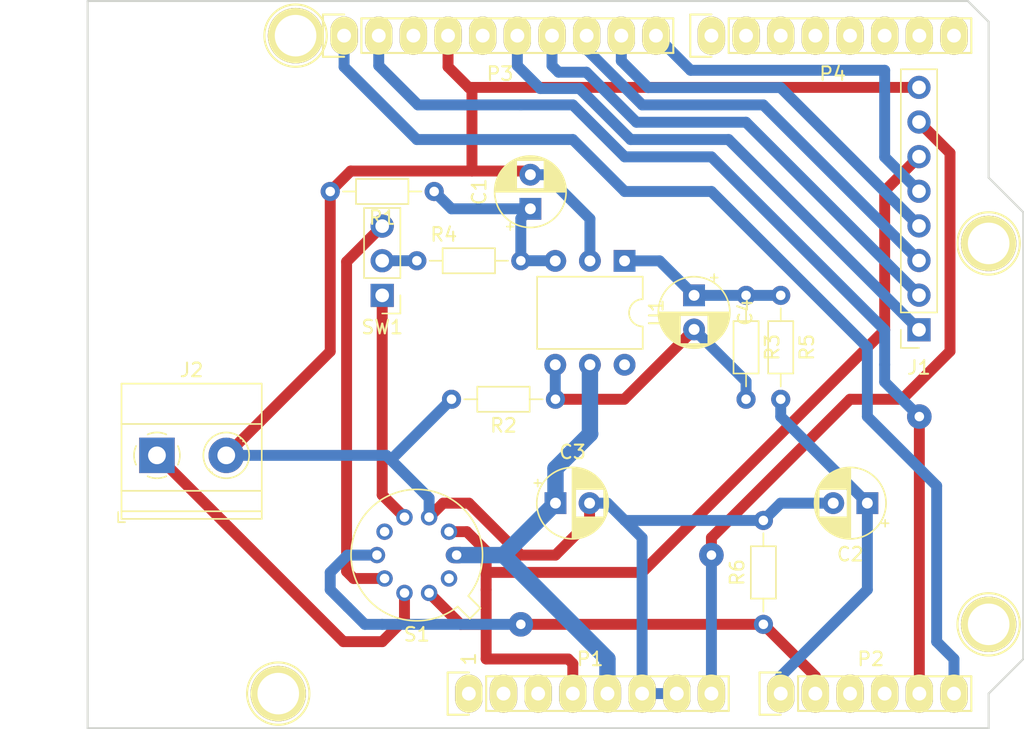
<source format=kicad_pcb>
(kicad_pcb (version 20211014) (generator pcbnew)
  (title_block (date "lun. 30 mars 2015"))
  (layers (0 "F.Cu" signal) (31 "B.Cu" signal) (34 "B.Paste" user) (35 "F.Paste" user) (36 "B.SilkS" user "B.Silkscreen") (37 "F.SilkS" user "F.Silkscreen") (38 "B.Mask" user) (39 "F.Mask" user) (44 "Edge.Cuts" user))
  (net 0 "")
  (net 1 "/IOREF")
  (net 2 "/Reset")
  (net 3 "+5V")
  (net 4 "GND")
  (net 5 "/Vin")
  (net 6 "Net-(R1-Pad1)")
  (net 7 "ADC_Gaz")
  (net 8 "/A2")
  (net 9 "/A3")
  (net 10 "/AREF")
  (net 11 "/A4(SDA)")
  (net 12 "/A5(SCL)")
  (net 13 "/7")
  (net 14 "/6(**)")
  (net 15 "/5(**)")
  (net 16 "/4")
  (net 17 "/3(**)")
  (net 18 "/2")
  (net 19 "/1(Tx)")
  (net 20 "/0(Rx)")
  (net 21 "Net-(R5-Pad1)")
  (net 22 "Net-(C4-Pad2)")
  (net 23 "/TX")
  (net 24 "/RX")
  (net 25 "/13(SCK)")
  (net 26 "/CTS")
  (net 27 "/RTS")
  (net 28 "+3V3")
  (net 29 "/RST")
  (net 31 "ADC_Temp")
  (net 36 "Net-(R4-Pad1)")
  (net 37 "Net-(SW1-Pad1)")
  (net 39 "Net-(SW1-Pad3)")
  (net 40 "+15V")
  (footprint "Socket_Arduino_Uno:Socket_Strip_Arduino_1x08" (layer "F.Cu") (at 138.938 123.825)
    (fp_text reference "P1" (at 8.89 -2.54) (layer "F.SilkS"))
    (fp_text value "Power")
    (pad "1" thru_hole oval locked (at 0 0) (size 2 2.8) (drill 1.016) (layers *.Cu *.Mask "F.SilkS"))
    (pad "2" thru_hole oval locked (at 2.54 0) (size 2 2.8) (drill 1.016) (layers *.Cu *.Mask "F.SilkS") (net 1 "/IOREF"))
    (pad "3" thru_hole oval locked (at 5.08 0) (size 2 2.8) (drill 1.016) (layers *.Cu *.Mask "F.SilkS") (net 2 "/Reset"))
    (pad "4" thru_hole oval locked (at 7.62 0) (size 2 2.8) (drill 1.016) (layers *.Cu *.Mask "F.SilkS") (net 28 "+3V3"))
    (pad "5" thru_hole oval locked (at 10.16 0) (size 2 2.8) (drill 1.016) (layers *.Cu *.Mask "F.SilkS") (net 3 "+5V"))
    (pad "6" thru_hole oval locked (at 12.7 0) (size 2 2.8) (drill 1.016) (layers *.Cu *.Mask "F.SilkS") (net 4 "GND"))
    (pad "7" thru_hole oval locked (at 15.24 0) (size 2 2.8) (drill 1.016) (layers *.Cu *.Mask "F.SilkS") (net 4 "GND"))
    (pad "8" thru_hole oval locked (at 17.78 0) (size 2 2.8) (drill 1.016) (layers *.Cu *.Mask "F.SilkS") (net 5 "/Vin"))
  )
  (footprint "Socket_Arduino_Uno:Socket_Strip_Arduino_1x06" (layer "F.Cu") (at 161.798 123.825)
    (fp_text reference "P2" (at 6.604 -2.54) (layer "F.SilkS"))
    (fp_text value "Analog")
    (pad "1" thru_hole oval locked (at 0 0) (size 2 2.8) (drill 1.016) (layers *.Cu *.Mask "F.SilkS") (net 7 "ADC_Gaz"))
    (pad "2" thru_hole oval locked (at 2.54 0) (size 2 2.8) (drill 1.016) (layers *.Cu *.Mask "F.SilkS") (net 31 "ADC_Temp"))
    (pad "3" thru_hole oval locked (at 5.08 0) (size 2 2.8) (drill 1.016) (layers *.Cu *.Mask "F.SilkS") (net 8 "/A2"))
    (pad "4" thru_hole oval locked (at 7.62 0) (size 2 2.8) (drill 1.016) (layers *.Cu *.Mask "F.SilkS") (net 9 "/A3"))
    (pad "5" thru_hole oval locked (at 10.16 0) (size 2 2.8) (drill 1.016) (layers *.Cu *.Mask "F.SilkS") (net 11 "/A4(SDA)"))
    (pad "6" thru_hole oval locked (at 12.7 0) (size 2 2.8) (drill 1.016) (layers *.Cu *.Mask "F.SilkS") (net 12 "/A5(SCL)"))
  )
  (footprint "Socket_Arduino_Uno:Socket_Strip_Arduino_1x10" (layer "F.Cu") (at 129.794 75.565)
    (fp_text reference "P3" (at 11.43 2.794) (layer "F.SilkS"))
    (fp_text value "Digital")
    (pad "1" thru_hole oval locked (at 0 0) (size 2 2.8) (drill 1.016) (layers *.Cu *.Mask "F.SilkS") (net 12 "/A5(SCL)"))
    (pad "2" thru_hole oval locked (at 2.54 0) (size 2 2.8) (drill 1.016) (layers *.Cu *.Mask "F.SilkS") (net 11 "/A4(SDA)"))
    (pad "3" thru_hole oval locked (at 5.08 0) (size 2 2.8) (drill 1.016) (layers *.Cu *.Mask "F.SilkS") (net 10 "/AREF"))
    (pad "4" thru_hole oval locked (at 7.62 0) (size 2 2.8) (drill 1.016) (layers *.Cu *.Mask "F.SilkS") (net 4 "GND"))
    (pad "5" thru_hole oval locked (at 10.16 0) (size 2 2.8) (drill 1.016) (layers *.Cu *.Mask "F.SilkS") (net 25 "/13(SCK)"))
    (pad "6" thru_hole oval locked (at 12.7 0) (size 2 2.8) (drill 1.016) (layers *.Cu *.Mask "F.SilkS") (net 23 "/TX"))
    (pad "7" thru_hole oval locked (at 15.24 0) (size 2 2.8) (drill 1.016) (layers *.Cu *.Mask "F.SilkS") (net 24 "/RX"))
    (pad "8" thru_hole oval locked (at 17.78 0) (size 2 2.8) (drill 1.016) (layers *.Cu *.Mask "F.SilkS") (net 26 "/CTS"))
    (pad "9" thru_hole oval locked (at 20.32 0) (size 2 2.8) (drill 1.016) (layers *.Cu *.Mask "F.SilkS") (net 27 "/RTS"))
    (pad "10" thru_hole oval locked (at 22.86 0) (size 2 2.8) (drill 1.016) (layers *.Cu *.Mask "F.SilkS") (net 29 "/RST"))
  )
  (footprint "Socket_Arduino_Uno:Socket_Strip_Arduino_1x08" (layer "F.Cu") (at 156.718 75.565)
    (fp_text reference "P4" (at 8.89 2.794) (layer "F.SilkS"))
    (fp_text value "Digital")
    (pad "1" thru_hole oval locked (at 0 0) (size 2 2.8) (drill 1.016) (layers *.Cu *.Mask "F.SilkS") (net 13 "/7"))
    (pad "2" thru_hole oval locked (at 2.54 0) (size 2 2.8) (drill 1.016) (layers *.Cu *.Mask "F.SilkS") (net 14 "/6(**)"))
    (pad "3" thru_hole oval locked (at 5.08 0) (size 2 2.8) (drill 1.016) (layers *.Cu *.Mask "F.SilkS") (net 15 "/5(**)"))
    (pad "4" thru_hole oval locked (at 7.62 0) (size 2 2.8) (drill 1.016) (layers *.Cu *.Mask "F.SilkS") (net 16 "/4"))
    (pad "5" thru_hole oval locked (at 10.16 0) (size 2 2.8) (drill 1.016) (layers *.Cu *.Mask "F.SilkS") (net 17 "/3(**)"))
    (pad "6" thru_hole oval locked (at 12.7 0) (size 2 2.8) (drill 1.016) (layers *.Cu *.Mask "F.SilkS") (net 18 "/2"))
    (pad "7" thru_hole oval locked (at 15.24 0) (size 2 2.8) (drill 1.016) (layers *.Cu *.Mask "F.SilkS") (net 19 "/1(Tx)"))
    (pad "8" thru_hole oval locked (at 17.78 0) (size 2 2.8) (drill 1.016) (layers *.Cu *.Mask "F.SilkS") (net 20 "/0(Rx)"))
  )
  (footprint "Socket_Arduino_Uno:Arduino_1pin" (layer "F.Cu") (at 124.968 123.825)
    (fp_text reference "P5" hide)
    (fp_text value "CONN_01X01" hide)
    (pad "1" thru_hole circle locked (at 0 0) (size 4.064 4.064) (drill 3.048) (layers *.Cu *.Mask "F.SilkS"))
  )
  (footprint "Socket_Arduino_Uno:Arduino_1pin" (layer "F.Cu") (at 177.038 118.745)
    (fp_text reference "P6" hide)
    (fp_text value "CONN_01X01" hide)
    (pad "1" thru_hole circle locked (at 0 0) (size 4.064 4.064) (drill 3.048) (layers *.Cu *.Mask "F.SilkS"))
  )
  (footprint "Socket_Arduino_Uno:Arduino_1pin" (layer "F.Cu") (at 126.238 75.565)
    (fp_text reference "P7" hide)
    (fp_text value "CONN_01X01" hide)
    (pad "1" thru_hole circle locked (at 0 0) (size 4.064 4.064) (drill 3.048) (layers *.Cu *.Mask "F.SilkS"))
  )
  (footprint "Socket_Arduino_Uno:Arduino_1pin" (layer "F.Cu") (at 177.038 90.805)
    (fp_text reference "P8" hide)
    (fp_text value "CONN_01X01" hide)
    (pad "1" thru_hole circle locked (at 0 0) (size 4.064 4.064) (drill 3.048) (layers *.Cu *.Mask "F.SilkS"))
  )
  (footprint "Resistor_THT:R_Axial_DIN0204_L3.6mm_D1.6mm_P7.62mm_Horizontal" (layer "F.Cu") (at 159.258 94.615 -90)
    (fp_text reference "R3" (at 3.81 -1.92 90) (layer "F.SilkS"))
    (fp_text value "100k")
    (pad "1" thru_hole circle (at 0 0 270) (size 1.4 1.4) (drill 0.7) (layers *.Cu *.Mask) (net 21 "Net-(R5-Pad1)"))
    (pad "2" thru_hole oval (at 7.62 0 270) (size 1.4 1.4) (drill 0.7) (layers *.Cu *.Mask) (net 22 "Net-(C4-Pad2)"))
  )
  (footprint "Package_TO_SOT_THT:TO-5-10_Window" (layer "F.Cu") (at 138.043 113.665 180)
    (fp_text reference "S1" (at 2.92 -5.82) (layer "F.SilkS"))
    (fp_text value "gas_sensor")
    (pad "1" thru_hole oval (at 0 0 180) (size 1.6 1.2) (drill 0.7) (layers *.Cu *.Mask) (net 3 "+5V"))
    (pad "2" thru_hole oval (at 0.55767 1.716333 180) (size 1.2 1.2) (drill 0.7) (layers *.Cu *.Mask) (net 28 "+3V3"))
    (pad "3" thru_hole oval (at 2.01767 2.777085 180) (size 1.2 1.2) (drill 0.7) (layers *.Cu *.Mask) (net 4 "GND"))
    (pad "4" thru_hole oval (at 3.82233 2.777085 180) (size 1.2 1.2) (drill 0.7) (layers *.Cu *.Mask) (net 37 "Net-(SW1-Pad1)"))
    (pad "5" thru_hole oval (at 5.28233 1.716333 180) (size 1.2 1.2) (drill 0.7) (layers *.Cu *.Mask))
    (pad "6" thru_hole oval (at 5.84 0 180) (size 1.2 1.2) (drill 0.7) (layers *.Cu *.Mask) (net 31 "ADC_Temp"))
    (pad "7" thru_hole oval (at 5.28233 -1.716333 180) (size 1.2 1.2) (drill 0.7) (layers *.Cu *.Mask) (net 39 "Net-(SW1-Pad3)"))
    (pad "8" thru_hole oval (at 3.82233 -2.777085 180) (size 1.2 1.2) (drill 0.7) (layers *.Cu *.Mask) (net 40 "+15V"))
    (pad "9" thru_hole oval (at 2.01767 -2.777085 180) (size 1.2 1.2) (drill 0.7) (layers *.Cu *.Mask) (net 28 "+3V3"))
    (pad "10" thru_hole oval (at 0.55767 -1.716333 180) (size 1.2 1.2) (drill 0.7) (layers *.Cu *.Mask))
  )
  (footprint "Resistor_THT:R_Axial_DIN0204_L3.6mm_D1.6mm_P7.62mm_Horizontal" (layer "F.Cu") (at 160.528 118.745 90)
    (fp_text reference "R6" (at 3.81 -1.92 90) (layer "F.SilkS"))
    (fp_text value "R_ajustable")
    (pad "1" thru_hole circle (at 0 0 90) (size 1.4 1.4) (drill 0.7) (layers *.Cu *.Mask) (net 31 "ADC_Temp"))
    (pad "2" thru_hole oval (at 7.62 0 90) (size 1.4 1.4) (drill 0.7) (layers *.Cu *.Mask) (net 4 "GND"))
  )
  (footprint "Connector_PinHeader_2.54mm:PinHeader_1x03_P2.54mm_Vertical" (layer "F.Cu") (at 132.588 94.615 180)
    (fp_text reference "SW1" (at 0 -2.33) (layer "F.SilkS"))
    (fp_text value "SW_DPDT_x2")
    (pad "1" thru_hole rect (at 0 0 180) (size 1.7 1.7) (drill 1) (layers *.Cu *.Mask) (net 37 "Net-(SW1-Pad1)"))
    (pad "2" thru_hole oval (at 0 2.54 180) (size 1.7 1.7) (drill 1) (layers *.Cu *.Mask) (net 36 "Net-(R4-Pad1)"))
    (pad "3" thru_hole oval (at 0 5.08 180) (size 1.7 1.7) (drill 1) (layers *.Cu *.Mask) (net 39 "Net-(SW1-Pad3)"))
  )
  (footprint "Capacitor_THT:CP_Radial_D5.0mm_P2.50mm" (layer "F.Cu") (at 155.448 94.615 -90)
    (fp_text reference "C4" (at 1.25 -3.75 90) (layer "F.SilkS"))
    (fp_text value "1µ")
    (pad "1" thru_hole rect (at 0 0 270) (size 1.6 1.6) (drill 0.8) (layers *.Cu *.Mask) (net 21 "Net-(R5-Pad1)"))
    (pad "2" thru_hole circle (at 2.5 0 270) (size 1.6 1.6) (drill 0.8) (layers *.Cu *.Mask) (net 22 "Net-(C4-Pad2)"))
  )
  (footprint "TerminalBlock_Phoenix:TerminalBlock_Phoenix_MKDS-1,5-2-5.08_1x02_P5.08mm_Horizontal" (layer "F.Cu") (at 116.078 106.35)
    (fp_text reference "J2" (at 2.54 -6.26) (layer "F.SilkS"))
    (fp_text value "Screw_Terminal_01x02")
    (pad "1" thru_hole rect (at 0 0) (size 2.6 2.6) (drill 1.3) (layers *.Cu *.Mask) (net 40 "+15V"))
    (pad "2" thru_hole circle (at 5.08 0) (size 2.6 2.6) (drill 1.3) (layers *.Cu *.Mask) (net 4 "GND"))
  )
  (footprint "Connector_PinSocket_2.54mm:PinSocket_1x08_P2.54mm_Vertical" (layer "F.Cu") (at 171.933 97.14 180)
    (fp_text reference "J1" (at 0 -2.77) (layer "F.SilkS"))
    (fp_text value "Module LORA")
    (pad "1" thru_hole rect (at 0 0 180) (size 1.7 1.7) (drill 1) (layers *.Cu *.Mask) (net 23 "/TX"))
    (pad "2" thru_hole oval (at 0 2.54 180) (size 1.7 1.7) (drill 1) (layers *.Cu *.Mask) (net 24 "/RX"))
    (pad "3" thru_hole oval (at 0 5.08 180) (size 1.7 1.7) (drill 1) (layers *.Cu *.Mask) (net 26 "/CTS"))
    (pad "4" thru_hole oval (at 0 7.62 180) (size 1.7 1.7) (drill 1) (layers *.Cu *.Mask) (net 27 "/RTS"))
    (pad "5" thru_hole oval (at 0 10.16 180) (size 1.7 1.7) (drill 1) (layers *.Cu *.Mask) (net 29 "/RST"))
    (pad "6" thru_hole oval (at 0 12.7 180) (size 1.7 1.7) (drill 1) (layers *.Cu *.Mask) (net 28 "+3V3"))
    (pad "7" thru_hole oval (at 0 15.24 180) (size 1.7 1.7) (drill 1) (layers *.Cu *.Mask) (net 5 "/Vin"))
    (pad "8" thru_hole oval (at 0 17.78 180) (size 1.7 1.7) (drill 1) (layers *.Cu *.Mask) (net 4 "GND"))
  )
  (footprint "Capacitor_THT:CP_Radial_D5.0mm_P2.50mm" (layer "F.Cu") (at 143.448 88.265 90)
    (fp_text reference "C1" (at 1.25 -3.75 90) (layer "F.SilkS"))
    (fp_text value "100n")
    (pad "1" thru_hole rect (at 0 0 90) (size 1.6 1.6) (drill 0.8) (layers *.Cu *.Mask) (net 6 "Net-(R1-Pad1)"))
    (pad "2" thru_hole circle (at 2.5 0 90) (size 1.6 1.6) (drill 0.8) (layers *.Cu *.Mask) (net 4 "GND"))
  )
  (footprint "Resistor_THT:R_Axial_DIN0204_L3.6mm_D1.6mm_P7.62mm_Horizontal" (layer "F.Cu") (at 136.398 86.995 180)
    (fp_text reference "R1" (at 3.81 -1.92) (layer "F.SilkS"))
    (fp_text value "100k")
    (pad "1" thru_hole circle (at 0 0 180) (size 1.4 1.4) (drill 0.7) (layers *.Cu *.Mask) (net 6 "Net-(R1-Pad1)"))
    (pad "2" thru_hole oval (at 7.62 0 180) (size 1.4 1.4) (drill 0.7) (layers *.Cu *.Mask) (net 4 "GND"))
  )
  (footprint "Package_DIP:DIP-6_W7.62mm" (layer "F.Cu") (at 150.353 92.085 -90)
    (fp_text reference "U1" (at 3.81 -2.33 -90) (layer "F.SilkS"))
    (fp_text value "LTC1050")
    (pad "1" thru_hole rect (at 0 0 270) (size 1.6 1.6) (drill 0.8) (layers *.Cu *.Mask) (net 21 "Net-(R5-Pad1)"))
    (pad "2" thru_hole oval (at 0 2.54 270) (size 1.6 1.6) (drill 0.8) (layers *.Cu *.Mask) (net 4 "GND"))
    (pad "3" thru_hole oval (at 0 5.08 270) (size 1.6 1.6) (drill 0.8) (layers *.Cu *.Mask) (net 6 "Net-(R1-Pad1)"))
    (pad "4" thru_hole oval (at 7.62 5.08 270) (size 1.6 1.6) (drill 0.8) (layers *.Cu *.Mask) (net 22 "Net-(C4-Pad2)"))
    (pad "5" thru_hole oval (at 7.62 2.54 270) (size 1.6 1.6) (drill 0.8) (layers *.Cu *.Mask) (net 3 "+5V"))
    (pad "6" thru_hole oval (at 7.62 0 270) (size 1.6 1.6) (drill 0.8) (layers *.Cu *.Mask))
  )
  (footprint "Resistor_THT:R_Axial_DIN0204_L3.6mm_D1.6mm_P7.62mm_Horizontal" (layer "F.Cu") (at 145.288 102.235 180)
    (fp_text reference "R2" (at 3.81 -1.92) (layer "F.SilkS"))
    (fp_text value "1k")
    (pad "1" thru_hole circle (at 0 0 180) (size 1.4 1.4) (drill 0.7) (layers *.Cu *.Mask) (net 22 "Net-(C4-Pad2)"))
    (pad "2" thru_hole oval (at 7.62 0 180) (size 1.4 1.4) (drill 0.7) (layers *.Cu *.Mask) (net 4 "GND"))
  )
  (footprint "Capacitor_THT:CP_Radial_D5.0mm_P2.50mm" (layer "F.Cu") (at 145.288 109.855)
    (fp_text reference "C3" (at 1.25 -3.75) (layer "F.SilkS"))
    (fp_text value "100n")
    (pad "1" thru_hole rect (at 0 0) (size 1.6 1.6) (drill 0.8) (layers *.Cu *.Mask) (net 3 "+5V"))
    (pad "2" thru_hole circle (at 2.5 0) (size 1.6 1.6) (drill 0.8) (layers *.Cu *.Mask) (net 4 "GND"))
  )
  (footprint "Capacitor_THT:CP_Radial_D5.0mm_P2.50mm" (layer "F.Cu") (at 168.148 109.855 180)
    (fp_text reference "C2" (at 1.25 -3.75) (layer "F.SilkS"))
    (fp_text value "100n")
    (pad "1" thru_hole rect (at 0 0 180) (size 1.6 1.6) (drill 0.8) (layers *.Cu *.Mask) (net 7 "ADC_Gaz"))
    (pad "2" thru_hole circle (at 2.5 0 180) (size 1.6 1.6) (drill 0.8) (layers *.Cu *.Mask) (net 4 "GND"))
  )
  (footprint "Resistor_THT:R_Axial_DIN0204_L3.6mm_D1.6mm_P7.62mm_Horizontal" (layer "F.Cu") (at 135.128 92.075)
    (fp_text reference "R4" (at 1.97 -1.92) (layer "F.SilkS"))
    (fp_text value "10k")
    (pad "1" thru_hole circle (at 0 0) (size 1.4 1.4) (drill 0.7) (layers *.Cu *.Mask) (net 36 "Net-(R4-Pad1)"))
    (pad "2" thru_hole oval (at 7.62 0) (size 1.4 1.4) (drill 0.7) (layers *.Cu *.Mask) (net 6 "Net-(R1-Pad1)"))
  )
  (footprint "Resistor_THT:R_Axial_DIN0204_L3.6mm_D1.6mm_P7.62mm_Horizontal" (layer "F.Cu") (at 161.798 94.615 -90)
    (fp_text reference "R5" (at 3.81 -1.92 90) (layer "F.SilkS"))
    (fp_text value "1k")
    (pad "1" thru_hole circle (at 0 0 270) (size 1.4 1.4) (drill 0.7) (layers *.Cu *.Mask) (net 21 "Net-(R5-Pad1)"))
    (pad "2" thru_hole oval (at 7.62 0 270) (size 1.4 1.4) (drill 0.7) (layers *.Cu *.Mask) (net 7 "ADC_Gaz"))
  )
  (gr_line (start 179.578 88.519) (end 177.038 85.979) (layer "Edge.Cuts") (width 0.15))
  (gr_line (start 177.038 126.365) (end 177.038 123.825) (layer "Edge.Cuts") (width 0.15))
  (gr_line (start 177.038 74.549) (end 175.514 73.025) (layer "Edge.Cuts") (width 0.15))
  (gr_line (start 177.038 123.825) (end 179.578 121.285) (layer "Edge.Cuts") (width 0.15))
  (gr_line (start 110.998 73.025) (end 110.998 126.365) (layer "Edge.Cuts") (width 0.15))
  (gr_line (start 179.578 121.285) (end 179.578 88.519) (layer "Edge.Cuts") (width 0.15))
  (gr_line (start 110.998 126.365) (end 177.038 126.365) (layer "Edge.Cuts") (width 0.15))
  (gr_line (start 175.514 73.025) (end 110.998 73.025) (layer "Edge.Cuts") (width 0.15))
  (gr_line (start 177.038 85.979) (end 177.038 74.549) (layer "Edge.Cuts") (width 0.15))
  (gr_text "1" (at 138.938 121.285 90) (layer "F.SilkS") (effects (font (size 1 1))))
  (segment (start 145.288 107.315) (end 147.828 104.775) (width 1.2) (layer "B.Cu") (net 3))
  (segment (start 147.828 104.775) (end 147.813 104.76) (width 1.2) (layer "B.Cu") (net 3))
  (segment (start 145.288 109.855) (end 145.288 107.315) (width 1.2) (layer "B.Cu") (net 3))
  (segment (start 149.098 121.285) (end 149.098 123.825) (width 1.2) (layer "B.Cu") (net 3))
  (segment (start 147.813 104.76) (end 147.813 99.705) (width 1.2) (layer "B.Cu") (net 3))
  (segment (start 145.288 109.855) (end 141.478 113.665) (width 1.2) (layer "B.Cu") (net 3))
  (segment (start 141.478 113.665) (end 149.098 121.285) (width 1.2) (layer "B.Cu") (net 3))
  (segment (start 138.043 113.665) (end 141.478 113.665) (width 1.2) (layer "B.Cu") (net 3))
  (segment (start 137.414 77.851) (end 137.414 75.565) (width 0.8) (layer "F.Cu") (net 4))
  (segment (start 147.788 111.165) (end 145.288 113.665) (width 0.8) (layer "F.Cu") (net 4))
  (segment (start 121.158 106.35) (end 128.778 98.73) (width 0.8) (layer "F.Cu") (net 4))
  (segment (start 139.167511 79.604511) (end 138.923 79.36) (width 0.8) (layer "F.Cu") (net 4))
  (segment (start 171.933 79.36) (end 138.923 79.36) (width 0.8) (layer "F.Cu") (net 4))
  (segment (start 142.748 113.665) (end 138.938 109.855) (width 0.8) (layer "F.Cu") (net 4))
  (segment (start 138.923 79.36) (end 137.414 77.851) (width 0.8) (layer "F.Cu") (net 4))
  (segment (start 137.058245 109.855) (end 136.02533 110.887915) (width 0.8) (layer "F.Cu") (net 4))
  (segment (start 143.178489 85.495489) (end 143.448 85.765) (width 0.8) (layer "F.Cu") (net 4))
  (segment (start 128.778 98.73) (end 128.778 86.995) (width 0.8) (layer "F.Cu") (net 4))
  (segment (start 130.277511 85.495489) (end 139.167511 85.495489) (width 0.8) (layer "F.Cu") (net 4))
  (segment (start 147.788 109.855) (end 147.788 111.165) (width 0.8) (layer "F.Cu") (net 4))
  (segment (start 139.167511 85.495489) (end 143.178489 85.495489) (width 0.8) (layer "F.Cu") (net 4))
  (segment (start 128.778 86.995) (end 130.277511 85.495489) (width 0.8) (layer "F.Cu") (net 4))
  (segment (start 138.938 109.855) (end 137.058245 109.855) (width 0.8) (layer "F.Cu") (net 4))
  (segment (start 139.167511 85.495489) (end 139.167511 79.604511) (width 0.8) (layer "F.Cu") (net 4))
  (segment (start 145.288 113.665) (end 142.748 113.665) (width 0.8) (layer "F.Cu") (net 4))
  (segment (start 143.448 85.765) (end 144.57937 85.765) (width 0.8) (layer "B.Cu") (net 4))
  (segment (start 136.02533 110.887915) (end 136.02533 109.48233) (width 0.8) (layer "B.Cu") (net 4))
  (segment (start 151.638 112.395) (end 151.638 123.825) (width 0.8) (layer "B.Cu") (net 4))
  (segment (start 151.638 123.825) (end 154.178 123.825) (width 0.8) (layer "B.Cu") (net 4))
  (segment (start 150.368 111.125) (end 160.528 111.125) (width 0.8) (layer "B.Cu") (net 4))
  (segment (start 132.893 106.35) (end 121.158 106.35) (width 0.8) (layer "B.Cu") (net 4))
  (segment (start 137.668 102.235) (end 133.223 106.68) (width 0.8) (layer "B.Cu") (net 4))
  (segment (start 165.648 109.855) (end 161.798 109.855) (width 0.8) (layer "B.Cu") (net 4))
  (segment (start 149.098 109.855) (end 150.368 111.125) (width 0.8) (layer "B.Cu") (net 4))
  (segment (start 133.223 106.68) (end 132.893 106.35) (width 0.8) (layer "B.Cu") (net 4))
  (segment (start 161.798 109.855) (end 160.528 111.125) (width 0.8) (layer "B.Cu") (net 4))
  (segment (start 147.788 109.855) (end 149.098 109.855) (width 0.8) (layer "B.Cu") (net 4))
  (segment (start 136.02533 109.48233) (end 133.223 106.68) (width 0.8) (layer "B.Cu") (net 4))
  (segment (start 147.813 88.99863) (end 147.813 92.085) (width 0.8) (layer "B.Cu") (net 4))
  (segment (start 150.368 111.125) (end 151.638 112.395) (width 0.8) (layer "B.Cu") (net 4))
  (segment (start 144.57937 85.765) (end 147.813 88.99863) (width 0.8) (layer "B.Cu") (net 4))
  (segment (start 166.878 102.235) (end 156.718 112.395) (width 0.8) (layer "F.Cu") (net 5))
  (segment (start 170.688 102.235) (end 166.878 102.235) (width 0.8) (layer "F.Cu") (net 5))
  (segment (start 174.206489 98.716511) (end 170.688 102.235) (width 0.8) (layer "F.Cu") (net 5))
  (segment (start 174.206489 84.173489) (end 174.206489 98.716511) (width 0.8) (layer "F.Cu") (net 5))
  (segment (start 171.933 81.9) (end 174.206489 84.173489) (width 0.8) (layer "F.Cu") (net 5))
  (segment (start 156.718 112.395) (end 156.718 113.665) (width 0.8) (layer "F.Cu") (net 5))
  (via (at 156.718 113.665) (size 1.8) (drill 0.7) (layers "F.Cu" "B.Cu") (net 5))
  (segment (start 156.718 113.665) (end 156.718 123.825) (width 0.8) (layer "B.Cu") (net 5))
  (segment (start 142.748 92.075) (end 142.748 88.965) (width 0.8) (layer "B.Cu") (net 6))
  (segment (start 145.263 92.075) (end 145.273 92.085) (width 0.8) (layer "B.Cu") (net 6))
  (segment (start 137.668 88.265) (end 136.398 86.995) (width 0.8) (layer "B.Cu") (net 6))
  (segment (start 142.748 88.965) (end 143.448 88.265) (width 0.8) (layer "B.Cu") (net 6))
  (segment (start 142.748 92.075) (end 145.263 92.075) (width 0.8) (layer "B.Cu") (net 6))
  (segment (start 143.448 88.265) (end 137.668 88.265) (width 0.8) (layer "B.Cu") (net 6))
  (segment (start 168.148 116.205) (end 161.798 122.555) (width 0.8) (layer "B.Cu") (net 7))
  (segment (start 161.798 102.235) (end 161.798 103.505) (width 0.8) (layer "B.Cu") (net 7))
  (segment (start 168.148 109.855) (end 168.148 116.205) (width 0.8) (layer "B.Cu") (net 7))
  (segment (start 161.798 122.555) (end 161.798 123.825) (width 0.8) (layer "B.Cu") (net 7))
  (segment (start 161.798 103.505) (end 168.148 109.855) (width 0.8) (layer "B.Cu") (net 7))
  (segment (start 171.958 103.505) (end 171.958 123.825) (width 0.8) (layer "F.Cu") (net 11))
  (via (at 171.958 103.505) (size 1.8) (drill 0.7) (layers "F.Cu" "B.Cu") (net 11))
  (segment (start 150.367986 84.455) (end 156.718 84.455) (width 0.8) (layer "B.Cu") (net 11))
  (segment (start 169.418 100.965) (end 171.958 103.505) (width 0.8) (layer "B.Cu") (net 11))
  (segment (start 146.557986 80.645) (end 150.367986 84.455) (width 0.8) (layer "B.Cu") (net 11))
  (segment (start 132.334 75.565) (end 132.334 77.765) (width 0.8) (layer "B.Cu") (net 11))
  (segment (start 142.748 80.645) (end 146.557986 80.645) (width 0.8) (layer "B.Cu") (net 11))
  (segment (start 169.418 99.695) (end 169.418 100.965) (width 0.8) (layer "B.Cu") (net 11))
  (segment (start 169.418 97.155) (end 169.418 99.695) (width 0.8) (layer "B.Cu") (net 11))
  (segment (start 132.334 77.765) (end 135.214 80.645) (width 0.8) (layer "B.Cu") (net 11))
  (segment (start 135.214 80.645) (end 142.748 80.645) (width 0.8) (layer "B.Cu") (net 11))
  (segment (start 156.718 84.455) (end 169.418 97.155) (width 0.8) (layer "B.Cu") (net 11))
  (segment (start 129.794 77.851) (end 135.128 83.185) (width 0.8) (layer "B.Cu") (net 12))
  (segment (start 173.228 108.585) (end 173.228 120.015) (width 0.8) (layer "B.Cu") (net 12))
  (segment (start 150.368 86.995) (end 156.718 86.995) (width 0.8) (layer "B.Cu") (net 12))
  (segment (start 129.794 75.565) (end 129.794 77.851) (width 0.8) (layer "B.Cu") (net 12))
  (segment (start 146.558 83.185) (end 150.368 86.995) (width 0.8) (layer "B.Cu") (net 12))
  (segment (start 168.148 98.425) (end 168.148 103.505) (width 0.8) (layer "B.Cu") (net 12))
  (segment (start 174.498 121.285) (end 174.498 123.825) (width 0.8) (layer "B.Cu") (net 12))
  (segment (start 156.718 86.995) (end 168.148 98.425) (width 0.8) (layer "B.Cu") (net 12))
  (segment (start 135.128 83.185) (end 146.558 83.185) (width 0.8) (layer "B.Cu") (net 12))
  (segment (start 173.228 120.015) (end 174.498 121.285) (width 0.8) (layer "B.Cu") (net 12))
  (segment (start 168.148 103.505) (end 173.228 108.585) (width 0.8) (layer "B.Cu") (net 12))
  (segment (start 150.353 92.085) (end 152.918 92.085) (width 0.8) (layer "B.Cu") (net 21))
  (segment (start 155.448 94.615) (end 159.258 94.615) (width 0.8) (layer "B.Cu") (net 21))
  (segment (start 152.918 92.085) (end 155.448 94.615) (width 0.8) (layer "B.Cu") (net 21))
  (segment (start 159.258 94.615) (end 161.798 94.615) (width 0.8) (layer "B.Cu") (net 21))
  (segment (start 150.328 102.235) (end 145.288 102.235) (width 0.8) (layer "F.Cu") (net 22))
  (segment (start 155.448 97.115) (end 150.328 102.235) (width 0.8) (layer "F.Cu") (net 22))
  (segment (start 159.258 102.235) (end 159.258 100.925) (width 0.8) (layer "B.Cu") (net 22))
  (segment (start 145.273 102.22) (end 145.288 102.235) (width 0.8) (layer "B.Cu") (net 22))
  (segment (start 145.273 99.705) (end 145.273 102.22) (width 0.8) (layer "B.Cu") (net 22))
  (segment (start 159.258 100.925) (end 155.448 97.115) (width 0.8) (layer "B.Cu") (net 22))
  (segment (start 142.494 77.765) (end 142.494 75.565) (width 0.8) (layer "B.Cu") (net 23))
  (segment (start 150.79435 83.185) (end 147.054839 79.445489) (width 0.8) (layer "B.Cu") (net 23))
  (segment (start 157.978 83.185) (end 150.79435 83.185) (width 0.8) (layer "B.Cu") (net 23))
  (segment (start 147.054839 79.445489) (end 144.174489 79.445489) (width 0.8) (layer "B.Cu") (net 23))
  (segment (start 144.174489 79.445489) (end 142.494 77.765) (width 0.8) (layer "B.Cu") (net 23))
  (segment (start 171.933 97.14) (end 157.978 83.185) (width 0.8) (layer "B.Cu") (net 23))
  (segment (start 145.034 77.765) (end 145.034 75.565) (width 0.8) (layer "B.Cu") (net 24))
  (segment (start 171.933 94.6) (end 159.248 81.915) (width 0.8) (layer "B.Cu") (net 24))
  (segment (start 147.551692 78.245978) (end 145.514978 78.245978) (width 0.8) (layer "B.Cu") (net 24))
  (segment (start 151.220714 81.915) (end 147.551692 78.245978) (width 0.8) (layer "B.Cu") (net 24))
  (segment (start 145.514978 78.245978) (end 145.034 77.765) (width 0.8) (layer "B.Cu") (net 24))
  (segment (start 159.248 81.915) (end 151.220714 81.915) (width 0.8) (layer "B.Cu") (net 24))
  (segment (start 151.647078 80.645) (end 160.518 80.645) (width 0.8) (layer "B.Cu") (net 26))
  (segment (start 160.518 80.645) (end 171.933 92.06) (width 0.8) (layer "B.Cu") (net 26))
  (segment (start 147.574 75.565) (end 147.574 76.571922) (width 0.8) (layer "B.Cu") (net 26))
  (segment (start 147.574 76.571922) (end 151.647078 80.645) (width 0.8) (layer "B.Cu") (net 26))
  (segment (start 171.933 89.52) (end 161.788 79.375) (width 0.8) (layer "B.Cu") (net 27))
  (segment (start 152.073442 79.375) (end 150.114 77.415558) (width 0.8) (layer "B.Cu") (net 27))
  (segment (start 150.114 77.415558) (end 150.114 75.565) (width 0.8) (layer "B.Cu") (net 27))
  (segment (start 161.788 79.375) (end 152.073442 79.375) (width 0.8) (layer "B.Cu") (net 27))
  (segment (start 140.208 116.205) (end 140.208 118.745) (width 0.8) (layer "F.Cu") (net 28))
  (segment (start 137.48533 111.948667) (end 138.788729 111.948667) (width 0.8) (layer "F.Cu") (net 28))
  (segment (start 140.208 114.935) (end 151.638 114.935) (width 0.8) (layer "F.Cu") (net 28))
  (segment (start 140.208 113.367938) (end 140.208 114.935) (width 0.8) (layer "F.Cu") (net 28))
  (segment (start 138.328245 118.745) (end 140.208 118.745) (width 0.8) (layer "F.Cu") (net 28))
  (segment (start 151.638 114.935) (end 169.418 97.155) (width 0.8) (layer "F.Cu") (net 28))
  (segment (start 146.558 121.625) (end 146.558 123.825) (width 0.8) (layer "F.Cu") (net 28))
  (segment (start 169.418 86.955) (end 171.933 84.44) (width 0.8) (layer "F.Cu") (net 28))
  (segment (start 140.208 118.745) (end 140.208 121.285) (width 0.8) (layer "F.Cu") (net 28))
  (segment (start 140.208 114.935) (end 140.208 116.205) (width 0.8) (layer "F.Cu") (net 28))
  (segment (start 138.788729 111.948667) (end 140.208 113.367938) (width 0.8) (layer "F.Cu") (net 28))
  (segment (start 169.418 97.155) (end 169.418 86.955) (width 0.8) (layer "F.Cu") (net 28))
  (segment (start 136.02533 116.442085) (end 138.328245 118.745) (width 0.8) (layer "F.Cu") (net 28))
  (segment (start 140.208 121.285) (end 146.218 121.285) (width 0.8) (layer "F.Cu") (net 28))
  (segment (start 146.218 121.285) (end 146.558 121.625) (width 0.8) (layer "F.Cu") (net 28))
  (segment (start 146.558 123.420095) (end 146.558 123.825) (width 0.8) (layer "B.Cu") (net 28))
  (segment (start 155.194 78.105) (end 152.654 75.565) (width 0.8) (layer "B.Cu") (net 29))
  (segment (start 169.418 78.105) (end 155.194 78.105) (width 0.8) (layer "B.Cu") (net 29))
  (segment (start 169.418 84.465) (end 169.418 78.105) (width 0.8) (layer "B.Cu") (net 29))
  (segment (start 171.933 86.98) (end 169.418 84.465) (width 0.8) (layer "B.Cu") (net 29))
  (segment (start 160.528 118.745) (end 142.748 118.745) (width 0.8) (layer "F.Cu") (net 31))
  (segment (start 160.528 118.745) (end 164.338 122.555) (width 0.8) (layer "F.Cu") (net 31))
  (segment (start 164.338 122.555) (end 164.338 123.825) (width 0.8) (layer "F.Cu") (net 31))
  (via (at 142.748 118.745) (size 1.8) (drill 0.7) (layers "F.Cu" "B.Cu") (net 31))
  (segment (start 132.203 113.665) (end 130.048 113.665) (width 0.8) (layer "B.Cu") (net 31))
  (segment (start 132.588 118.745) (end 142.748 118.745) (width 0.8) (layer "B.Cu") (net 31))
  (segment (start 130.048 117.475) (end 131.318 118.745) (width 0.8) (layer "B.Cu") (net 31))
  (segment (start 128.778 116.205) (end 130.048 117.475) (width 0.8) (layer "B.Cu") (net 31))
  (segment (start 128.778 114.935) (end 128.778 116.205) (width 0.8) (layer "B.Cu") (net 31))
  (segment (start 130.048 113.665) (end 128.778 114.935) (width 0.8) (layer "B.Cu") (net 31))
  (segment (start 131.318 118.745) (end 132.588 118.745) (width 0.8) (layer "B.Cu") (net 31))
  (segment (start 132.588 92.075) (end 135.128 92.075) (width 0.8) (layer "B.Cu") (net 36))
  (segment (start 134.22067 110.887915) (end 132.588 109.255245) (width 0.8) (layer "F.Cu") (net 37))
  (segment (start 132.588 109.255245) (end 132.588 94.615) (width 0.8) (layer "F.Cu") (net 37))
  (segment (start 129.97751 114.86451) (end 129.97751 92.14549) (width 0.8) (layer "F.Cu") (net 39))
  (segment (start 132.76067 115.381333) (end 130.494333 115.381333) (width 0.8) (layer "F.Cu") (net 39))
  (segment (start 129.97751 92.14549) (end 132.588 89.535) (width 0.8) (layer "F.Cu") (net 39))
  (segment (start 130.494333 115.381333) (end 129.97751 114.86451) (width 0.8) (layer "F.Cu") (net 39))
  (segment (start 134.22067 116.442085) (end 134.22067 118.38233) (width 0.8) (layer "F.Cu") (net 40))
  (segment (start 129.743 120.015) (end 116.078 106.35) (width 0.8) (layer "F.Cu") (net 40))
  (segment (start 132.588 120.015) (end 129.743 120.015) (width 0.8) (layer "F.Cu") (net 40))
  (segment (start 134.22067 118.38233) (end 132.588 120.015) (width 0.8) (layer "F.Cu") (net 40))
)
</source>
